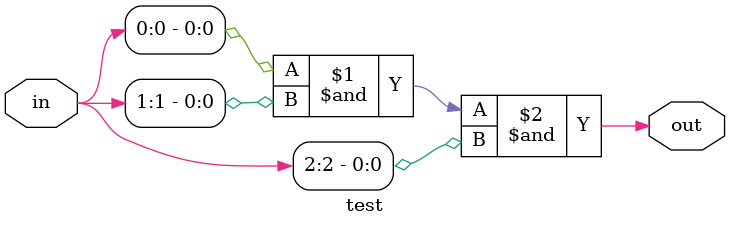
<source format=v>
module test(input [2:0] in, output out);
assign out = in[0] & in[1] & in[2];
endmodule

</source>
